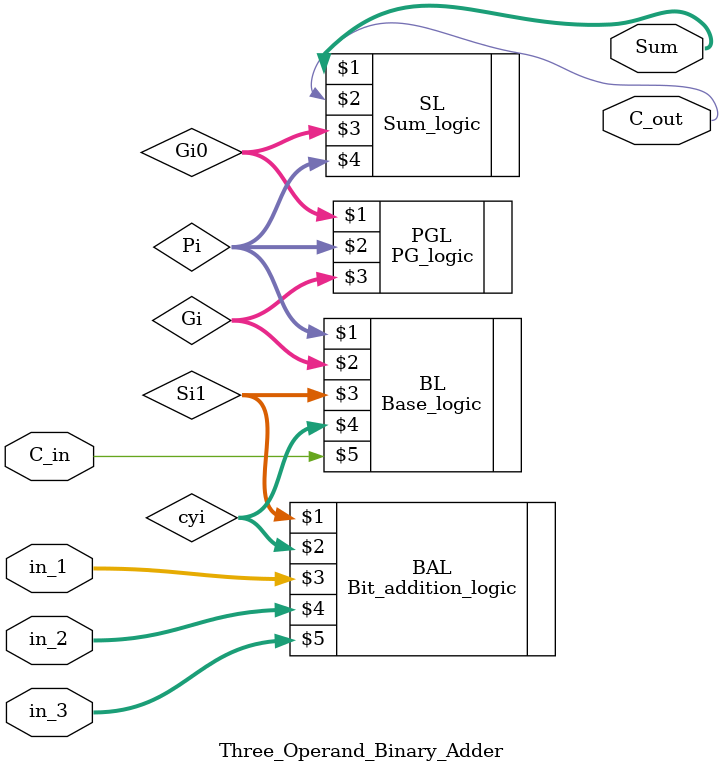
<source format=v>
`timescale 1ns / 1ps
module Three_Operand_Binary_Adder(Sum, C_out, in_1, in_2, in_3, C_in);
output [64:0] Sum;
output C_out;
input [63:0] in_1, in_2, in_3;
input C_in;
wire[63:0] Si1, cyi;
wire [64:0] Pi, Gi, Gi0;

Bit_addition_logic BAL(Si1, cyi, in_1, in_2, in_3);
Base_logic BL(Pi, Gi, Si1, cyi, C_in);
PG_logic PGL(Gi0, Pi, Gi);
Sum_logic SL(Sum, C_out, Gi0, Pi);

endmodule 


</source>
